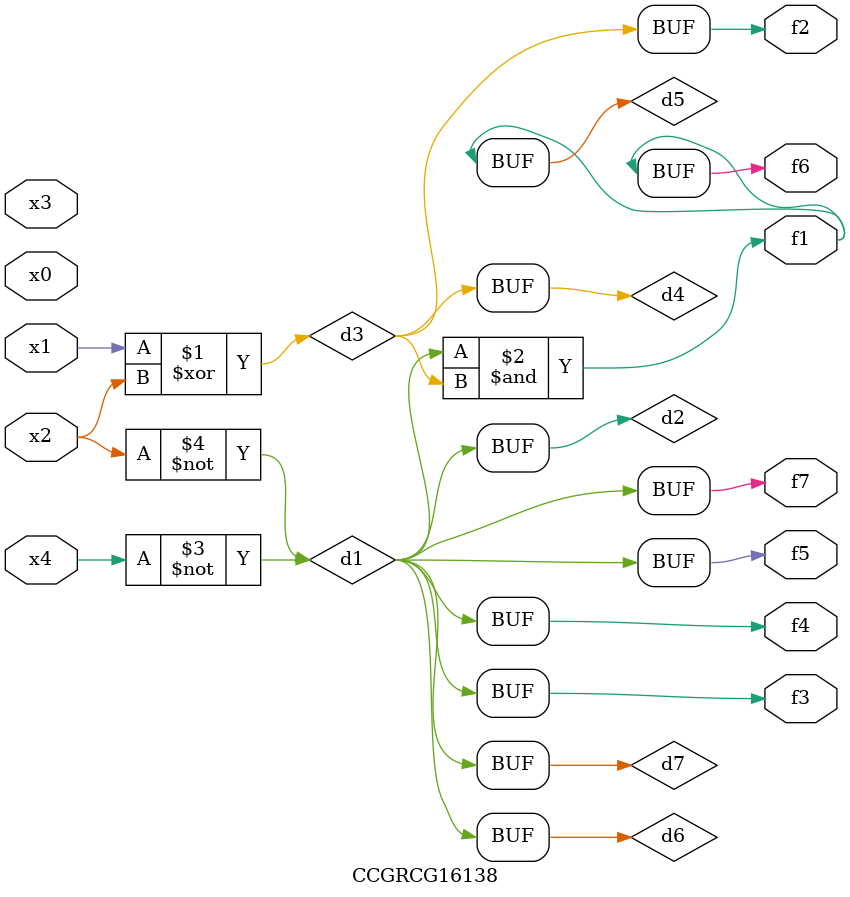
<source format=v>
module CCGRCG16138(
	input x0, x1, x2, x3, x4,
	output f1, f2, f3, f4, f5, f6, f7
);

	wire d1, d2, d3, d4, d5, d6, d7;

	not (d1, x4);
	not (d2, x2);
	xor (d3, x1, x2);
	buf (d4, d3);
	and (d5, d1, d3);
	buf (d6, d1, d2);
	buf (d7, d2);
	assign f1 = d5;
	assign f2 = d4;
	assign f3 = d7;
	assign f4 = d7;
	assign f5 = d7;
	assign f6 = d5;
	assign f7 = d7;
endmodule

</source>
